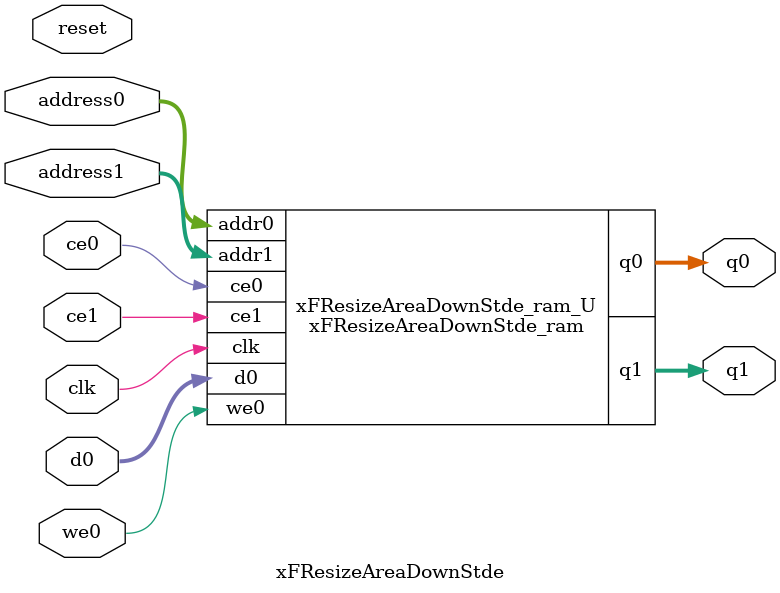
<source format=v>
`timescale 1 ns / 1 ps
module xFResizeAreaDownStde_ram (addr0, ce0, d0, we0, q0, addr1, ce1, q1,  clk);

parameter DWIDTH = 16;
parameter AWIDTH = 10;
parameter MEM_SIZE = 720;

input[AWIDTH-1:0] addr0;
input ce0;
input[DWIDTH-1:0] d0;
input we0;
output reg[DWIDTH-1:0] q0;
input[AWIDTH-1:0] addr1;
input ce1;
output reg[DWIDTH-1:0] q1;
input clk;

(* ram_style = "block" *)reg [DWIDTH-1:0] ram[0:MEM_SIZE-1];




always @(posedge clk)  
begin 
    if (ce0) 
    begin
        if (we0) 
        begin 
            ram[addr0] <= d0; 
        end 
        q0 <= ram[addr0];
    end
end


always @(posedge clk)  
begin 
    if (ce1) 
    begin
        q1 <= ram[addr1];
    end
end


endmodule

`timescale 1 ns / 1 ps
module xFResizeAreaDownStde(
    reset,
    clk,
    address0,
    ce0,
    we0,
    d0,
    q0,
    address1,
    ce1,
    q1);

parameter DataWidth = 32'd16;
parameter AddressRange = 32'd720;
parameter AddressWidth = 32'd10;
input reset;
input clk;
input[AddressWidth - 1:0] address0;
input ce0;
input we0;
input[DataWidth - 1:0] d0;
output[DataWidth - 1:0] q0;
input[AddressWidth - 1:0] address1;
input ce1;
output[DataWidth - 1:0] q1;



xFResizeAreaDownStde_ram xFResizeAreaDownStde_ram_U(
    .clk( clk ),
    .addr0( address0 ),
    .ce0( ce0 ),
    .we0( we0 ),
    .d0( d0 ),
    .q0( q0 ),
    .addr1( address1 ),
    .ce1( ce1 ),
    .q1( q1 ));

endmodule


</source>
